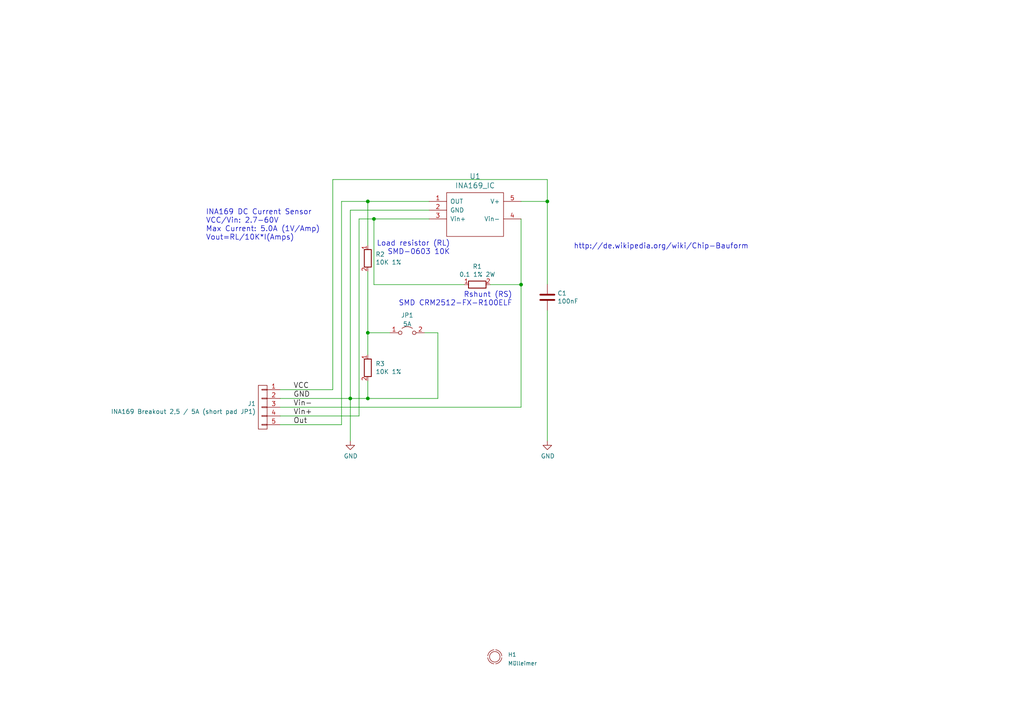
<source format=kicad_sch>
(kicad_sch (version 20210406) (generator eeschema)
  (paper "A4")
  (title_block (title "INA169_StromSensor") (date "2021-05-04") (rev "V1.2") (company "Uwe Zimprich"))
  (lib_symbols
    (symbol "Jumper:Jumper_2_Open" (pin_names (offset 0) hide)
      (property "Reference" "JP" (at 0 2.794 0))
      (property "Value" "Jumper_2_Open" (at 0 -2.286 0))
      (symbol "Jumper_2_Open_0_0"
        (circle (center -2.032 0) (radius 0.508))
        (circle (center 2.032 0) (radius 0.508))
      )
      (symbol "Jumper_2_Open_0_1"
        (arc (start -1.524 1.27) (end 1.524 1.27) (radius (at 0 -0.762) (length 2.54) (angles 126.9 53.1)))
      )
      (symbol "Jumper_2_Open_1_1"
        (pin passive line (at -5.08 0 0) (length 2.54) (name "A") (number "1"))
        (pin passive line (at 5.08 0 180) (length 2.54) (name "B") (number "2"))
      )
    )
    (symbol "Zimprich:Symbol_leer" (pin_numbers hide) (pin_names hide)
      (property "Reference" "H" (at 2.794 0.5842 0))
      (property "Value" "Symbol_leer" (at 2.794 -2.4638 0))
      (symbol "Symbol_leer_1_1"
        (arc (start 2.032 0.254) (end 0.254 2.032) (radius (at 0 0) (length 2.032) (angles 7.3 82.8)))
        (arc (start -0.254 2.032) (end -2.032 0.254) (radius (at 0 0) (length 2.032) (angles 97.3 172.8)))
        (arc (start -2.032 -0.254) (end -0.254 -2.032) (radius (at 0 0) (length 2.032) (angles -172.7 -97.2)))
        (arc (start 0.254 -2.032) (end 2.032 -0.254) (radius (at 0 0) (length 2.032) (angles -82.7 -7.2)))
        (circle (center 0 0) (radius 1.524))
      )
    )
    (symbol "ina169_breakout-rescue:C-RESCUE-ina169_breakout" (pin_numbers hide) (pin_names (offset 0.254))
      (property "Reference" "C" (at 0.635 2.54 0))
      (property "Value" "C-RESCUE-ina169_breakout" (at 0.635 -2.54 0))
      (symbol "C-RESCUE-ina169_breakout_0_1"
        (polyline (pts (xy -2.032 -0.762) (xy 2.032 -0.762)) (stroke (width 0.508)))
        (polyline (pts (xy -2.032 0.762) (xy 2.032 0.762)) (stroke (width 0.508)))
      )
      (symbol "C-RESCUE-ina169_breakout_1_1"
        (pin passive line (at 0 3.81 270) (length 2.794) (name "~") (number "1"))
        (pin passive line (at 0 -3.81 90) (length 2.794) (name "~") (number "2"))
      )
    )
    (symbol "ina169_breakout-rescue:CONN_01X05-RESCUE-ina169_breakout" (pin_names (offset 1.016) hide)
      (property "Reference" "P" (at 0 7.62 0))
      (property "Value" "CONN_01X05-RESCUE-ina169_breakout" (at 2.54 0 90))
      (symbol "CONN_01X05-RESCUE-ina169_breakout_0_1"
        (rectangle (start -1.27 -4.953) (end 0.254 -5.207))
        (rectangle (start -1.27 -2.413) (end 0.254 -2.667))
        (rectangle (start -1.27 0.127) (end 0.254 -0.127))
        (rectangle (start -1.27 2.667) (end 0.254 2.413))
        (rectangle (start -1.27 5.207) (end 0.254 4.953))
        (rectangle (start -1.27 6.35) (end 1.27 -6.35))
      )
      (symbol "CONN_01X05-RESCUE-ina169_breakout_1_1"
        (pin passive line (at -5.08 5.08 0) (length 3.81) (name "P1") (number "1"))
        (pin passive line (at -5.08 2.54 0) (length 3.81) (name "P2") (number "2"))
        (pin passive line (at -5.08 0 0) (length 3.81) (name "P3") (number "3"))
        (pin passive line (at -5.08 -2.54 0) (length 3.81) (name "P4") (number "4"))
        (pin passive line (at -5.08 -5.08 0) (length 3.81) (name "P5") (number "5"))
      )
    )
    (symbol "ina169_breakout-rescue:GND-RESCUE-ina169_breakout" (power) (pin_names (offset 0))
      (property "Value" "GND-RESCUE-ina169_breakout" (at 0 -3.81 0))
      (symbol "GND-RESCUE-ina169_breakout_0_1"
        (polyline (pts (xy 0 0) (xy 0 -1.27) (xy 1.27 -1.27) (xy 0 -2.54) (xy -1.27 -1.27) (xy 0 -1.27)))
      )
      (symbol "GND-RESCUE-ina169_breakout_1_1"
        (pin power_in line (at 0 0 270) (length 0) hide (name "GND") (number "1"))
      )
    )
    (symbol "ina169_breakout-rescue:INA169_IC-RESCUE-ina169_breakout" (pin_names (offset 1.016))
      (property "Reference" "U" (at 0 7.62 0))
      (property "Value" "INA169_IC-RESCUE-ina169_breakout" (at 0 -7.62 0))
      (symbol "INA169_IC-RESCUE-ina169_breakout_0_1"
        (rectangle (start -8.89 6.35) (end 7.62 -6.35))
      )
      (symbol "INA169_IC-RESCUE-ina169_breakout_1_1"
        (pin output line (at -13.97 3.81 0) (length 5.08) (name "OUT") (number "1"))
        (pin input line (at -13.97 1.27 0) (length 5.08) (name "GND") (number "2"))
        (pin input line (at -13.97 -1.27 0) (length 5.08) (name "Vin+") (number "3"))
        (pin input line (at 12.7 -1.27 180) (length 5.08) (name "Vin-") (number "4"))
        (pin input line (at 12.7 3.81 180) (length 5.08) (name "V+") (number "5"))
      )
    )
    (symbol "ina169_breakout-rescue:R-RESCUE-ina169_breakout" (pin_names (offset 0))
      (property "Reference" "R" (at 2.032 0 90))
      (property "Value" "R-RESCUE-ina169_breakout" (at 0 0 90))
      (symbol "R-RESCUE-ina169_breakout_0_1"
        (rectangle (start -1.016 -2.54) (end 1.016 2.54) (stroke (width 0.254)))
      )
      (symbol "R-RESCUE-ina169_breakout_1_1"
        (pin passive line (at 0 3.81 270) (length 1.27) (name "~") (number "1"))
        (pin passive line (at 0 -3.81 90) (length 1.27) (name "~") (number "2"))
      )
    )
  )
  (junction (at 101.6 115.57) (diameter 0.9144))
  (junction (at 106.68 58.42) (diameter 0.9144))
  (junction (at 106.68 96.52) (diameter 0.9144))
  (junction (at 106.68 115.57) (diameter 0.9144))
  (junction (at 108.458 63.5) (diameter 0.9144))
  (junction (at 151.13 82.55) (diameter 0.9144))
  (junction (at 158.75 58.42) (diameter 0.9144))
  (wire (pts (xy 81.28 113.03) (xy 96.52 113.03)))
  (wire (pts (xy 81.28 115.57) (xy 101.6 115.57)))
  (wire (pts (xy 81.28 123.19) (xy 99.06 123.19)))
  (wire (pts (xy 96.52 52.07) (xy 96.52 113.03)))
  (wire (pts (xy 99.06 58.42) (xy 99.06 123.19)))
  (wire (pts (xy 99.06 58.42) (xy 106.68 58.42)))
  (wire (pts (xy 101.6 60.96) (xy 101.6 115.57)))
  (wire (pts (xy 101.6 115.57) (xy 101.6 127.889)))
  (wire (pts (xy 101.6 115.57) (xy 106.68 115.57)))
  (wire (pts (xy 104.14 63.5) (xy 104.14 120.65)))
  (wire (pts (xy 104.14 63.5) (xy 108.458 63.5)))
  (wire (pts (xy 104.14 120.65) (xy 81.28 120.65)))
  (wire (pts (xy 106.68 58.42) (xy 106.68 71.12)))
  (wire (pts (xy 106.68 58.42) (xy 124.46 58.42)))
  (wire (pts (xy 106.68 78.74) (xy 106.68 96.52)))
  (wire (pts (xy 106.68 96.52) (xy 106.68 102.87)))
  (wire (pts (xy 106.68 96.52) (xy 113.03 96.52)))
  (wire (pts (xy 106.68 110.49) (xy 106.68 115.57)))
  (wire (pts (xy 106.68 115.57) (xy 127 115.57)))
  (wire (pts (xy 108.458 63.5) (xy 108.458 82.55)))
  (wire (pts (xy 108.458 63.5) (xy 124.46 63.5)))
  (wire (pts (xy 108.458 82.55) (xy 134.62 82.55)))
  (wire (pts (xy 124.46 60.96) (xy 101.6 60.96)))
  (wire (pts (xy 127 96.52) (xy 123.19 96.52)))
  (wire (pts (xy 127 115.57) (xy 127 96.52)))
  (wire (pts (xy 142.24 82.55) (xy 151.13 82.55)))
  (wire (pts (xy 151.13 58.42) (xy 158.75 58.42)))
  (wire (pts (xy 151.13 63.5) (xy 151.13 82.55)))
  (wire (pts (xy 151.13 82.55) (xy 151.13 118.11)))
  (wire (pts (xy 151.13 118.11) (xy 81.28 118.11)))
  (wire (pts (xy 158.75 52.07) (xy 96.52 52.07)))
  (wire (pts (xy 158.75 52.07) (xy 158.75 58.42)))
  (wire (pts (xy 158.75 58.42) (xy 158.75 82.423)))
  (wire (pts (xy 158.75 90.043) (xy 158.75 127.889)))
  (text "INA169 DC Current Sensor \nVCC/Vin: 2.7-60V\nMax Current: 5.0A (1V/Amp)\nVout=RL/10K*I(Amps)" (at 59.69 69.85 0) (effects (font (size 1.524 1.524)) (justify left bottom)))
  (text "Load resistor (RL)\nSMD-0603 10K" (at 130.556 74.041 180) (effects (font (size 1.524 1.524)) (justify right bottom)))
  (text "Rshunt (RS)\nSMD CRM2512-FX-R100ELF" (at 148.59 88.9 180) (effects (font (size 1.524 1.524)) (justify right bottom)))
  (text "http://de.wikipedia.org/wiki/Chip-Bauform" (at 166.37 72.39 0) (effects (font (size 1.524 1.524)) (justify left bottom)))
  (label "VCC" (at 85.09 113.03 0) (effects (font (size 1.524 1.524))))
  (label "GND" (at 85.09 115.57 0) (effects (font (size 1.524 1.524))))
  (label "Vin-" (at 85.09 118.11 0) (effects (font (size 1.524 1.524))))
  (label "Vin+" (at 85.09 120.65 0) (effects (font (size 1.524 1.524))))
  (label "Out" (at 85.09 123.19 0) (effects (font (size 1.524 1.524))))
  (symbol (lib_id "ina169_breakout-rescue:GND-RESCUE-ina169_breakout") (at 101.6 127.889 0) (unit 1)
    (property "Reference" "#PWR01" (effects hide))
    (property "Value" "GND" (at 101.727 132.2832 0))
  )
  (symbol (lib_id "ina169_breakout-rescue:GND-RESCUE-ina169_breakout") (at 158.75 127.889 0) (unit 1)
    (property "Reference" "#PWR02" (effects hide))
    (property "Value" "GND" (at 158.877 132.2832 0))
  )
  (symbol (lib_id "Zimprich:Symbol_leer") (at 143.51 190.5 0) (unit 1)
    (property "Reference" "H1" (at 147.32 189.865 0) (effects (font (size 1.143 1.143)) (justify left)))
    (property "Value" "Mülleimer" (at 147.32 192.405 0) (effects (font (size 1.143 1.143)) (justify left)))
    (property "Footprint" "Symbol:WEEE-Logo_4.2x6mm_SilkScreen" (effects hide))
    (property "Datasheet" "Value" (effects hide))
    (property "Bauform" "Value" (effects hide))
    (property "Bestelllink" "Value" (effects hide))
    (property "Bestellnummer" "Value" (effects hide))
    (property "Bestücken (Assemble)" "NEIN (NO) Symbol" (effects hide))
    (property "Funktion" "Mülleimer Symbol auf Platine" (effects hide))
    (property "Gehäuseart" "Value" (effects hide))
    (property "Hersteller" "Value" (effects hide))
    (property "Hersteller Bestellnummer" "Value" (effects hide))
    (property "Technische Daten" "Mülleimer Symbol auf Platine" (effects hide))
    (property "JLCPCB Basic / Extern" "Value" (effects hide))
    (property "JLCPCB LCSC Part" "Value" (effects hide))
  )
  (symbol (lib_id "ina169_breakout-rescue:R-RESCUE-ina169_breakout") (at 106.68 74.93 0) (unit 1)
    (property "Reference" "R2" (at 108.9152 73.7616 0) (effects (justify left)))
    (property "Value" "10K 1%" (at 108.9152 76.073 0) (effects (justify left)))
    (property "Footprint" "Resistors_SMD:R_0603" (effects hide))
    (property "Datasheet" "https://datasheet.lcsc.com/szlcsc/Uniroyal-Elec-0603WAF1002T5E_C25804.pdf" (effects hide))
    (property "Gehäuseart" "0603" (effects hide))
    (property "Bestelllink" "https://lcsc.com/product-detail/Chip-Resistor-Surface-Mount_Uniroyal-Elec-0603WAF1002T5E_C25804.html/?href=jlc-SMT" (effects hide))
    (property "Technische Daten" "Chip Resistor - Surface Mount 10KOhms ±1% 1/10W 0603 RoHS" (effects hide))
    (property "Bestellnummer" "0603WAF1002T5E" (effects hide))
    (property "Bauform" "0603" (effects hide))
    (property "Funktion" "Chip Resistor - Surface Mount 10KOhms ±1% 1/10W 0603 RoHS" (effects hide))
    (property "Hersteller" "Uniroyal Elec" (effects hide))
    (property "Hersteller Bestellnummer" "0603WAF1002T5E" (effects hide))
    (property "Bestücken (Assemble)" "JA (Yes)" (effects hide))
    (property "JLCPCB Basic / Extern" "Basic" (effects hide))
    (property "JLCPCB LCSC Part" "C25804" (effects hide))
  )
  (symbol (lib_id "ina169_breakout-rescue:R-RESCUE-ina169_breakout") (at 106.68 106.68 0) (unit 1)
    (property "Reference" "R3" (at 108.9152 105.5116 0) (effects (justify left)))
    (property "Value" "10K 1%" (at 108.9152 107.823 0) (effects (justify left)))
    (property "Footprint" "Resistors_SMD:R_0603" (effects hide))
    (property "Datasheet" "https://datasheet.lcsc.com/szlcsc/Uniroyal-Elec-0603WAF1002T5E_C25804.pdf" (effects hide))
    (property "Gehäuseart" "0603" (effects hide))
    (property "Bestelllink" "https://lcsc.com/product-detail/Chip-Resistor-Surface-Mount_Uniroyal-Elec-0603WAF1002T5E_C25804.html/?href=jlc-SMT" (effects hide))
    (property "Technische Daten" "Chip Resistor - Surface Mount 10KOhms ±1% 1/10W 0603 RoHS" (effects hide))
    (property "Bestellnummer" "0603WAF1002T5E" (effects hide))
    (property "Bauform" "0603" (effects hide))
    (property "Funktion" "Chip Resistor - Surface Mount 10KOhms ±1% 1/10W 0603 RoHS" (effects hide))
    (property "Hersteller" "Uniroyal Elec" (effects hide))
    (property "Hersteller Bestellnummer" "0603WAF1002T5E" (effects hide))
    (property "Bestücken (Assemble)" "JA (Yes)" (effects hide))
    (property "JLCPCB Basic / Extern" "Basic" (effects hide))
    (property "JLCPCB LCSC Part" "C25804" (effects hide))
  )
  (symbol (lib_id "ina169_breakout-rescue:R-RESCUE-ina169_breakout") (at 138.43 82.55 90) (mirror x) (unit 1)
    (property "Reference" "R1" (at 138.43 77.2922 90))
    (property "Value" "0.1 1% 2W" (at 138.43 79.6036 90))
    (property "Footprint" "Resistors_SMD:R_2512" (effects hide))
    (property "Datasheet" "https://datasheet.lcsc.com/lcsc/2010191808_Ever-Ohms-Tech-MA251220FR100FZ_C880989.pdf" (effects hide))
    (property "Gehäuseart" "2512" (effects hide))
    (property "Bestelllink" "https://lcsc.com/product-detail/Low-Resistors-Current-Sense-Resistors-Surface-Mount_Ever-Ohms-Tech-MA251220FR100FZ_C880989.html/?href=jlc-SMT" (effects hide))
    (property "Technische Daten" "0.1Ω ±1% 2W ±50ppm/°C 2512 Low Resistors & Current Sense Resistors" (effects hide))
    (property "Bestellnummer" "MA251220FR100FZ" (effects hide))
    (property "Bauform" "2512" (effects hide))
    (property "Funktion" "0.1Ω ±1% 2W ±50ppm/°C 2512 Low Resistors & Current Sense Resistors" (effects hide))
    (property "Hersteller" "Ever Ohms Tech" (effects hide))
    (property "Hersteller Bestellnummer" "MA251220FR100FZ" (effects hide))
    (property "Bestücken (Assemble)" "JA (Yes)" (effects hide))
    (property "JLCPCB Basic / Extern" "Extern" (effects hide))
    (property "JLCPCB LCSC Part" "C880989" (effects hide))
  )
  (symbol (lib_id "Jumper:Jumper_2_Open") (at 118.11 96.52 0) (unit 1)
    (property "Reference" "JP1" (at 118.11 91.44 0))
    (property "Value" "5A" (at 118.11 93.98 0))
    (property "Footprint" "Jumper:SolderJumper-2_P1.3mm_Open_Pad1.0x1.5mm" (effects hide))
    (property "Datasheet" "Value" (effects hide))
    (property "Bauform" "Value" (effects hide))
    (property "Bestelllink" "Value" (effects hide))
    (property "Bestellnummer" "Value" (effects hide))
    (property "Bestücken (Assemble)" "NEIN (NO) SolderJumper" (effects hide))
    (property "Funktion" "Löt Jumper auf Platine" (effects hide))
    (property "Gehäuseart" "Value" (effects hide))
    (property "Hersteller" "Value" (effects hide))
    (property "Hersteller Bestellnummer" "Value" (effects hide))
    (property "Technische Daten" "Löt Jumper auf Platine" (effects hide))
    (property "JLCPCB Basic / Extern" "Value" (effects hide))
    (property "JLCPCB LCSC Part" "Value" (effects hide))
  )
  (symbol (lib_id "ina169_breakout-rescue:C-RESCUE-ina169_breakout") (at 158.75 86.233 0) (unit 1)
    (property "Reference" "C1" (at 161.671 85.0646 0) (effects (justify left)))
    (property "Value" "100nF" (at 161.671 87.376 0) (effects (justify left)))
    (property "Footprint" "Capacitors_SMD:C_1206" (effects hide))
    (property "Datasheet" "https://datasheet.lcsc.com/lcsc/1810221109_Samsung-Electro-Mechanics-CL31B104KBCNNNC_C24497.pdf" (effects hide))
    (property "Gehäuseart" "1206" (effects hide))
    (property "Bestelllink" "https://lcsc.com/product-detail/Multilayer-Ceramic-Capacitors-MLCC-SMD-SMT_SAMSUNG_CL31B104KBCNNNC_100nF-104-10-50V_C24497.html/?href=jlc-SMT" (effects hide))
    (property "Technische Daten" "Multilayer Ceramic Capacitors MLCC - SMD/SMT 100nF 50V 1206 RoHS" (effects hide))
    (property "Bestellnummer" "CL31B104KBCNNNC" (effects hide))
    (property "Bauform" "1206" (effects hide))
    (property "Funktion" "Multilayer Ceramic Capacitors MLCC - SMD/SMT 100nF 50V 1206 RoHS" (effects hide))
    (property "Hersteller" "Samsung Electro-Mechanics" (effects hide))
    (property "Hersteller Bestellnummer" "CL31B104KBCNNNC" (effects hide))
    (property "Bestücken (Assemble)" "JA (Yes)" (effects hide))
    (property "JLCPCB Basic / Extern" "Basic" (effects hide))
    (property "JLCPCB LCSC Part" "C24497" (effects hide))
  )
  (symbol (lib_id "ina169_breakout-rescue:CONN_01X05-RESCUE-ina169_breakout") (at 76.2 118.11 0) (mirror y) (unit 1)
    (property "Reference" "J1" (at 74.2188 117.0686 0) (effects (justify left)))
    (property "Value" "INA169 Breakout 2,5 / 5A (short pad JP1)" (at 74.2188 119.38 0) (effects (justify left)))
    (property "Footprint" "Zimprich:ina169_breakout_footprint_mit_unterem_Lötpad" (effects hide))
    (property "Datasheet" "Value" (effects hide))
    (property "Gehäuseart" "Value" (effects hide))
    (property "Bestelllink" "Value" (effects hide))
    (property "Technische Daten" "5fach Anschluß Stiftleiste" (effects hide))
    (property "Bestellnummer" "Value" (effects hide))
    (property "Bauform" "Value" (effects hide))
    (property "Funktion" "5fach Anschluß Stiftleiste" (effects hide))
    (property "Hersteller" "Value" (effects hide))
    (property "Hersteller Bestellnummer" "Value" (effects hide))
    (property "Bestücken (Assemble)" "Nein" (effects hide))
    (property "JLCPCB Basic / Extern" "Value" (effects hide))
    (property "JLCPCB LCSC Part" "Value" (effects hide))
  )
  (symbol (lib_id "ina169_breakout-rescue:INA169_IC-RESCUE-ina169_breakout") (at 138.43 62.23 0) (unit 1)
    (property "Reference" "U1" (at 137.795 51.1302 0) (effects (font (size 1.524 1.524))))
    (property "Value" "INA169_IC" (at 137.795 53.8226 0) (effects (font (size 1.524 1.524))))
    (property "Footprint" "TO_SOT_Packages_SMD:SOT-23-5" (effects hide))
    (property "Datasheet" "https://datasheet.lcsc.com/lcsc/1809192033_Texas-Instruments-INA169NA-3K_C44322.pdf" (effects hide))
    (property "Gehäuseart" "SOT-23-5" (effects hide))
    (property "Bestelllink" "https://lcsc.com/product-detail/PMIC-Current-Power-Monitors-Regulators_Texas-Instruments-INA169NA-3K_C44322.html" (effects hide))
    (property "Technische Daten" "High Side 2.7V~60V 2.7V~60V SOT-23-5 PMIC - Current & Power Monitors & Regulators" (effects hide))
    (property "Bestellnummer" "INA169NA/3K" (effects hide))
    (property "Bauform" "SOT-23-5" (effects hide))
    (property "Funktion" "High Side 2.7V~60V 2.7V~60V SOT-23-5 PMIC - Current & Power Monitors & Regulators" (effects hide))
    (property "Hersteller" "Texas Instruments" (effects hide))
    (property "Hersteller Bestellnummer" "INA169NA/3K" (effects hide))
    (property "Bestücken (Assemble)" "JA (Yes)" (effects hide))
    (property "JLCPCB Basic / Extern" "Extern" (effects hide))
    (property "JLCPCB LCSC Part" "C44322" (effects hide))
  )
)
</source>
